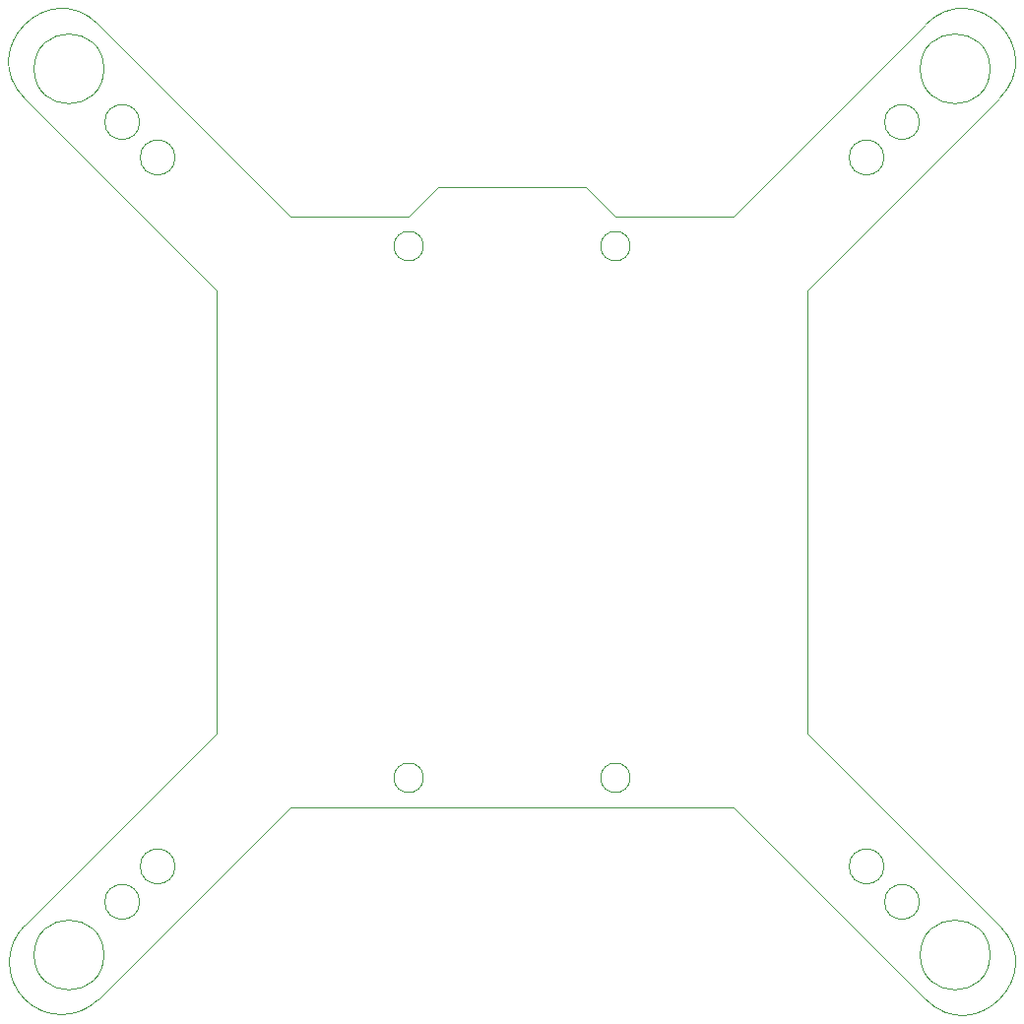
<source format=gbr>
G04 #@! TF.GenerationSoftware,KiCad,Pcbnew,(5.1.5)-3*
G04 #@! TF.CreationDate,2019-12-26T08:27:47-08:00*
G04 #@! TF.ProjectId,featherwing_copter,66656174-6865-4727-9769-6e675f636f70,rev?*
G04 #@! TF.SameCoordinates,Original*
G04 #@! TF.FileFunction,Profile,NP*
%FSLAX46Y46*%
G04 Gerber Fmt 4.6, Leading zero omitted, Abs format (unit mm)*
G04 Created by KiCad (PCBNEW (5.1.5)-3) date 2019-12-26 08:27:47*
%MOMM*%
%LPD*%
G04 APERTURE LIST*
%ADD10C,0.050000*%
G04 APERTURE END LIST*
D10*
X120372000Y-109728000D02*
G75*
G03X120372000Y-109728000I-1500000J0D01*
G01*
X120372000Y-42672000D02*
G75*
G03X120372000Y-42672000I-1500000J0D01*
G01*
X187428000Y-42672000D02*
G75*
G03X187428000Y-42672000I-1500000J0D01*
G01*
X187428000Y-109728000D02*
G75*
G03X187428000Y-109728000I-1500000J0D01*
G01*
X184380000Y-106680000D02*
G75*
G03X184380000Y-106680000I-1500000J0D01*
G01*
X123420000Y-106680000D02*
G75*
G03X123420000Y-106680000I-1500000J0D01*
G01*
X123420000Y-45720000D02*
G75*
G03X123420000Y-45720000I-1500000J0D01*
G01*
X184380000Y-45720000D02*
G75*
G03X184380000Y-45720000I-1500000J0D01*
G01*
X194309999Y-111760001D02*
G75*
G02X187960001Y-118109999I-3174999J-3174999D01*
G01*
X116839999Y-118109999D02*
G75*
G02X110490001Y-111760001I-3174999J3174999D01*
G01*
X110490001Y-40639999D02*
G75*
G02X116839999Y-34290001I3174999J3174999D01*
G01*
X187960001Y-34290001D02*
G75*
G02X194309999Y-40639999I3174999J-3174999D01*
G01*
X117300000Y-38100000D02*
G75*
G03X117300000Y-38100000I-3000000J0D01*
G01*
X193500000Y-38100000D02*
G75*
G03X193500000Y-38100000I-3000000J0D01*
G01*
X193500000Y-114300000D02*
G75*
G03X193500000Y-114300000I-3000000J0D01*
G01*
X117300000Y-114300000D02*
G75*
G03X117300000Y-114300000I-3000000J0D01*
G01*
X162560000Y-99060000D02*
G75*
G03X162560000Y-99060000I-1270000J0D01*
G01*
X144780000Y-99060000D02*
G75*
G03X144780000Y-99060000I-1270000J0D01*
G01*
X162560000Y-53340000D02*
G75*
G03X162560000Y-53340000I-1270000J0D01*
G01*
X144780000Y-53340000D02*
G75*
G03X144780000Y-53340000I-1270000J0D01*
G01*
X161290000Y-50800000D02*
X171450000Y-50800000D01*
X133350000Y-50800000D02*
X143510000Y-50800000D01*
X158750000Y-48260000D02*
X161290000Y-50800000D01*
X146050000Y-48260000D02*
X158750000Y-48260000D01*
X143510000Y-50800000D02*
X146050000Y-48260000D01*
X171450000Y-101600000D02*
X187960000Y-118110000D01*
X133350000Y-101600000D02*
X116840000Y-118110000D01*
X133350000Y-50800000D02*
X116840000Y-34290000D01*
X171450000Y-50800000D02*
X187960000Y-34290000D01*
X133350000Y-101600000D02*
X171450000Y-101600000D01*
X177800000Y-95250000D02*
X194310000Y-111760000D01*
X177800000Y-57150000D02*
X194309999Y-40639999D01*
X177800000Y-95250000D02*
X177800000Y-57150000D01*
X127000000Y-57150000D02*
X110490001Y-40639999D01*
X127000000Y-95250000D02*
X110490001Y-111760001D01*
X127000000Y-57150000D02*
X127000000Y-95250000D01*
M02*

</source>
